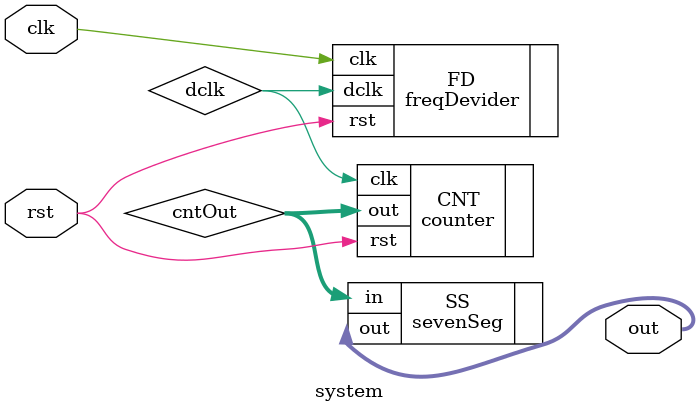
<source format=v>
module system(clk, rst, out);
	input clk, rst;
	
	output [6:0]out;
	
	wire dclk;
	wire [3:0]cntOut;
	
	freqDevider FD(.clk(clk), .rst(rst), .dclk(dclk));
	counter CNT(.clk(dclk), .rst(rst), .out(cntOut));
	sevenSeg SS(.in(cntOut), .out(out));
	
endmodule
</source>
